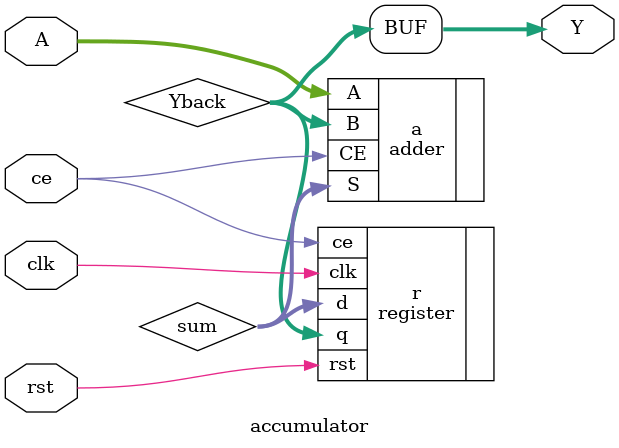
<source format=v>
`timescale 1ns / 1ps


module accumulator(
    input clk,
    input rst,
    input ce,
    input signed [12:0] A,
    output signed [20:0] Y
);

wire signed [20:0] sum;
wire signed [20:0] Yback;

adder a (
    .A(A),
    .B(Yback),
    .CE(ce),
    .S(sum)
);

register #(
    .N(21)
) r (
    .clk(clk),
    .rst(rst),
    .ce(ce),
    .d(sum),
    .q(Yback)
);

assign Y = Yback;

endmodule

</source>
